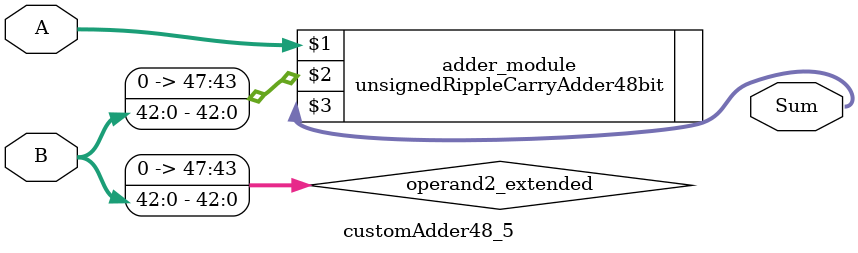
<source format=v>
module customAdder48_5(
                        input [47 : 0] A,
                        input [42 : 0] B,
                        
                        output [48 : 0] Sum
                );

        wire [47 : 0] operand2_extended;
        
        assign operand2_extended =  {5'b0, B};
        
        unsignedRippleCarryAdder48bit adder_module(
            A,
            operand2_extended,
            Sum
        );
        
        endmodule
        
</source>
